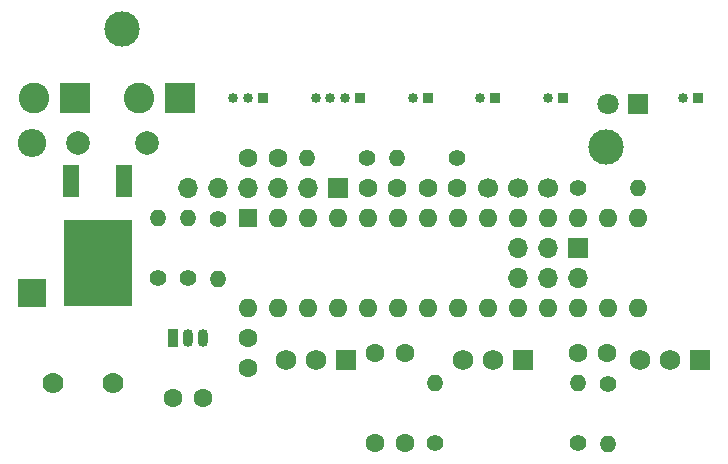
<source format=gbs>
G04 #@! TF.FileFunction,Soldermask,Bot*
%FSLAX46Y46*%
G04 Gerber Fmt 4.6, Leading zero omitted, Abs format (unit mm)*
G04 Created by KiCad (PCBNEW 4.0.7) date 07/04/19 20:50:11*
%MOMM*%
%LPD*%
G01*
G04 APERTURE LIST*
%ADD10C,0.100000*%
%ADD11R,1.800000X1.800000*%
%ADD12C,1.800000*%
%ADD13C,3.000000*%
%ADD14C,1.750000*%
%ADD15R,1.750000X1.750000*%
%ADD16C,2.000000*%
%ADD17R,1.700000X1.700000*%
%ADD18O,1.700000X1.700000*%
%ADD19R,1.600000X1.600000*%
%ADD20O,1.600000X1.600000*%
%ADD21R,2.600000X2.600000*%
%ADD22C,2.600000*%
%ADD23C,1.700000*%
%ADD24R,2.400000X2.400000*%
%ADD25O,2.400000X2.400000*%
%ADD26C,1.778000*%
%ADD27C,1.400000*%
%ADD28O,1.400000X1.400000*%
%ADD29C,1.600000*%
%ADD30O,0.900000X1.500000*%
%ADD31R,0.900000X1.500000*%
%ADD32R,0.850000X0.850000*%
%ADD33C,0.850000*%
%ADD34R,1.400000X2.700000*%
%ADD35R,5.800000X7.400000*%
G04 APERTURE END LIST*
D10*
D11*
X90678000Y-88773000D03*
D12*
X88138000Y-88773000D03*
D13*
X87998000Y-92365000D03*
D14*
X90918000Y-110365000D03*
X93458000Y-110365000D03*
D15*
X95998000Y-110365000D03*
D16*
X49128000Y-92075000D03*
X43328000Y-92075000D03*
D17*
X65278000Y-95885000D03*
D18*
X62738000Y-95885000D03*
X60198000Y-95885000D03*
X57658000Y-95885000D03*
X55118000Y-95885000D03*
X52578000Y-95885000D03*
D13*
X46998000Y-82365000D03*
D19*
X57658000Y-98425000D03*
D20*
X90678000Y-106045000D03*
X60198000Y-98425000D03*
X88138000Y-106045000D03*
X62738000Y-98425000D03*
X85598000Y-106045000D03*
X65278000Y-98425000D03*
X83058000Y-106045000D03*
X67818000Y-98425000D03*
X80518000Y-106045000D03*
X70358000Y-98425000D03*
X77978000Y-106045000D03*
X72898000Y-98425000D03*
X75438000Y-106045000D03*
X75438000Y-98425000D03*
X72898000Y-106045000D03*
X77978000Y-98425000D03*
X70358000Y-106045000D03*
X80518000Y-98425000D03*
X67818000Y-106045000D03*
X83058000Y-98425000D03*
X65278000Y-106045000D03*
X85598000Y-98425000D03*
X62738000Y-106045000D03*
X88138000Y-98425000D03*
X60198000Y-106045000D03*
X90678000Y-98425000D03*
X57658000Y-106045000D03*
D21*
X51943000Y-88265000D03*
D22*
X48443000Y-88265000D03*
D21*
X43053000Y-88265000D03*
D22*
X39553000Y-88265000D03*
D23*
X83058000Y-95885000D03*
X80558000Y-95885000D03*
X78058000Y-95885000D03*
D24*
X39370000Y-104775000D03*
D25*
X39370000Y-92075000D03*
D26*
X46228000Y-112395000D03*
X41148000Y-112395000D03*
D27*
X67778000Y-93345000D03*
D28*
X62698000Y-93345000D03*
D27*
X75398000Y-93345000D03*
D28*
X70318000Y-93345000D03*
D29*
X57658000Y-108585000D03*
X57658000Y-111085000D03*
X53848000Y-113665000D03*
X51348000Y-113665000D03*
X67818000Y-95885000D03*
X70318000Y-95885000D03*
D30*
X52578000Y-108585000D03*
X53848000Y-108585000D03*
D31*
X51308000Y-108585000D03*
D29*
X72898000Y-95885000D03*
X75398000Y-95885000D03*
X60198000Y-93345000D03*
X57698000Y-93345000D03*
D27*
X55118000Y-98465000D03*
D28*
X55118000Y-103545000D03*
D29*
X85598000Y-109855000D03*
X88098000Y-109855000D03*
D27*
X88138000Y-112435000D03*
D28*
X88138000Y-117515000D03*
D27*
X85598000Y-117435000D03*
D28*
X85598000Y-112355000D03*
D14*
X75918000Y-110365000D03*
X78458000Y-110365000D03*
D15*
X80998000Y-110365000D03*
D14*
X60918000Y-110365000D03*
X63458000Y-110365000D03*
D15*
X65998000Y-110365000D03*
D27*
X52578000Y-103465000D03*
D28*
X52578000Y-98385000D03*
D27*
X50038000Y-103465000D03*
D28*
X50038000Y-98385000D03*
D27*
X85638000Y-95885000D03*
D28*
X90718000Y-95885000D03*
D29*
X68453000Y-109855000D03*
X68453000Y-117475000D03*
X70993000Y-109855000D03*
X70993000Y-117475000D03*
D27*
X73533000Y-117435000D03*
D28*
X73533000Y-112355000D03*
D17*
X85598000Y-100965000D03*
D18*
X85598000Y-103505000D03*
X83058000Y-100965000D03*
X83058000Y-103505000D03*
X80518000Y-100965000D03*
X80518000Y-103505000D03*
D32*
X78613000Y-88265000D03*
D33*
X77363000Y-88265000D03*
D32*
X67183000Y-88265000D03*
D33*
X65933000Y-88265000D03*
X64683000Y-88265000D03*
X63433000Y-88265000D03*
D32*
X72898000Y-88265000D03*
D33*
X71648000Y-88265000D03*
D32*
X95758000Y-88265000D03*
D33*
X94508000Y-88265000D03*
D32*
X84328000Y-88265000D03*
D33*
X83078000Y-88265000D03*
D32*
X58928000Y-88265000D03*
D33*
X57678000Y-88265000D03*
X56428000Y-88265000D03*
D34*
X42678000Y-95245000D03*
X47238000Y-95245000D03*
D35*
X44958000Y-102227000D03*
M02*

</source>
